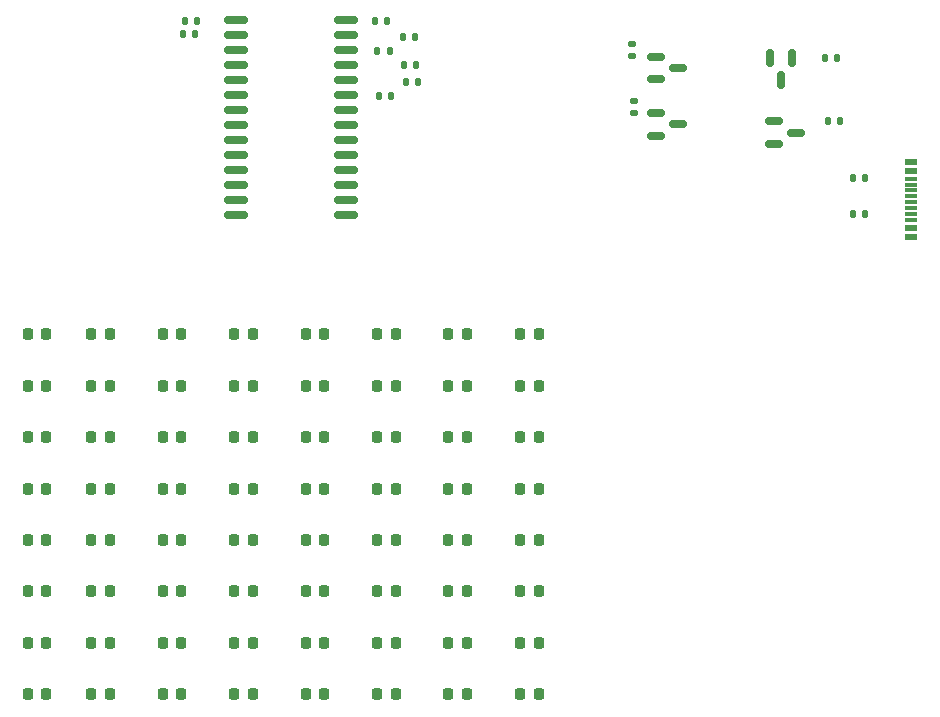
<source format=gbr>
%TF.GenerationSoftware,KiCad,Pcbnew,(7.0.0-0)*%
%TF.CreationDate,2023-03-12T05:29:04-07:00*%
%TF.ProjectId,TM1640_led_array,544d3136-3430-45f6-9c65-645f61727261,rev?*%
%TF.SameCoordinates,Original*%
%TF.FileFunction,Paste,Top*%
%TF.FilePolarity,Positive*%
%FSLAX46Y46*%
G04 Gerber Fmt 4.6, Leading zero omitted, Abs format (unit mm)*
G04 Created by KiCad (PCBNEW (7.0.0-0)) date 2023-03-12 05:29:04*
%MOMM*%
%LPD*%
G01*
G04 APERTURE LIST*
G04 Aperture macros list*
%AMRoundRect*
0 Rectangle with rounded corners*
0 $1 Rounding radius*
0 $2 $3 $4 $5 $6 $7 $8 $9 X,Y pos of 4 corners*
0 Add a 4 corners polygon primitive as box body*
4,1,4,$2,$3,$4,$5,$6,$7,$8,$9,$2,$3,0*
0 Add four circle primitives for the rounded corners*
1,1,$1+$1,$2,$3*
1,1,$1+$1,$4,$5*
1,1,$1+$1,$6,$7*
1,1,$1+$1,$8,$9*
0 Add four rect primitives between the rounded corners*
20,1,$1+$1,$2,$3,$4,$5,0*
20,1,$1+$1,$4,$5,$6,$7,0*
20,1,$1+$1,$6,$7,$8,$9,0*
20,1,$1+$1,$8,$9,$2,$3,0*%
G04 Aperture macros list end*
%ADD10RoundRect,0.150000X0.875000X0.150000X-0.875000X0.150000X-0.875000X-0.150000X0.875000X-0.150000X0*%
%ADD11RoundRect,0.135000X-0.135000X-0.185000X0.135000X-0.185000X0.135000X0.185000X-0.135000X0.185000X0*%
%ADD12RoundRect,0.135000X-0.185000X0.135000X-0.185000X-0.135000X0.185000X-0.135000X0.185000X0.135000X0*%
%ADD13RoundRect,0.135000X0.135000X0.185000X-0.135000X0.185000X-0.135000X-0.185000X0.135000X-0.185000X0*%
%ADD14RoundRect,0.150000X-0.587500X-0.150000X0.587500X-0.150000X0.587500X0.150000X-0.587500X0.150000X0*%
%ADD15RoundRect,0.150000X-0.150000X0.587500X-0.150000X-0.587500X0.150000X-0.587500X0.150000X0.587500X0*%
%ADD16R,1.140000X0.600000*%
%ADD17R,1.140000X0.300000*%
%ADD18RoundRect,0.218750X-0.218750X-0.256250X0.218750X-0.256250X0.218750X0.256250X-0.218750X0.256250X0*%
G04 APERTURE END LIST*
D10*
%TO.C,U1*%
X95237400Y-82639000D03*
X95237400Y-81369000D03*
X95237400Y-80099000D03*
X95237400Y-78829000D03*
X95237400Y-77559000D03*
X95237400Y-76289000D03*
X95237400Y-75019000D03*
X95237400Y-73749000D03*
X95237400Y-72479000D03*
X95237400Y-71209000D03*
X95237400Y-69939000D03*
X95237400Y-68669000D03*
X95237400Y-67399000D03*
X95237400Y-66129000D03*
X85937400Y-66129000D03*
X85937400Y-67399000D03*
X85937400Y-68669000D03*
X85937400Y-69939000D03*
X85937400Y-71209000D03*
X85937400Y-72479000D03*
X85937400Y-73749000D03*
X85937400Y-75019000D03*
X85937400Y-76289000D03*
X85937400Y-77559000D03*
X85937400Y-78829000D03*
X85937400Y-80099000D03*
X85937400Y-81369000D03*
X85937400Y-82639000D03*
%TD*%
D11*
%TO.C,R14*%
X136015000Y-74676000D03*
X137035000Y-74676000D03*
%TD*%
D12*
%TO.C,R13*%
X119608600Y-73992200D03*
X119608600Y-72972200D03*
%TD*%
%TO.C,R12*%
X119481600Y-69113400D03*
X119481600Y-68093400D03*
%TD*%
D11*
%TO.C,R11*%
X136781000Y-69342000D03*
X135761000Y-69342000D03*
%TD*%
%TO.C,R10*%
X82437800Y-67297400D03*
X81417800Y-67297400D03*
%TD*%
D13*
%TO.C,R9*%
X81621000Y-66205200D03*
X82641000Y-66205200D03*
%TD*%
%TO.C,R8*%
X100290200Y-71361400D03*
X101310200Y-71361400D03*
%TD*%
%TO.C,R7*%
X101081600Y-67500600D03*
X100061600Y-67500600D03*
%TD*%
%TO.C,R6*%
X97902600Y-68694400D03*
X98922600Y-68694400D03*
%TD*%
D11*
%TO.C,R5*%
X101196000Y-69875600D03*
X100176000Y-69875600D03*
%TD*%
D13*
%TO.C,R4*%
X97699400Y-66179800D03*
X98719400Y-66179800D03*
%TD*%
D11*
%TO.C,R3*%
X99049600Y-72529800D03*
X98029600Y-72529800D03*
%TD*%
D13*
%TO.C,R2*%
X139192000Y-82550000D03*
X138172000Y-82550000D03*
%TD*%
%TO.C,R1*%
X139192000Y-79502000D03*
X138172000Y-79502000D03*
%TD*%
D14*
%TO.C,Q4*%
X121442000Y-73980000D03*
X121442000Y-75880000D03*
X123317000Y-74930000D03*
%TD*%
%TO.C,Q3*%
X131445000Y-74681000D03*
X131445000Y-76581000D03*
X133320000Y-75631000D03*
%TD*%
%TO.C,Q2*%
X121490500Y-69215000D03*
X121490500Y-71115000D03*
X123365500Y-70165000D03*
%TD*%
D15*
%TO.C,Q1*%
X132080000Y-71168500D03*
X131130000Y-69293500D03*
X133030000Y-69293500D03*
%TD*%
D16*
%TO.C,J1*%
X143079999Y-78079999D03*
X143079999Y-78879999D03*
D17*
X143079999Y-79529999D03*
X143079999Y-80029999D03*
X143079999Y-80529999D03*
X143079999Y-81029999D03*
X143079999Y-83029999D03*
X143079999Y-82529999D03*
X143079999Y-82029999D03*
X143079999Y-81529999D03*
D16*
X143079999Y-83679999D03*
X143079999Y-84479999D03*
%TD*%
D18*
%TO.C,D64*%
X87335000Y-123190000D03*
X85760000Y-123190000D03*
%TD*%
%TO.C,D63*%
X87335000Y-118835710D03*
X85760000Y-118835710D03*
%TD*%
%TO.C,D62*%
X87335000Y-114481425D03*
X85760000Y-114481425D03*
%TD*%
%TO.C,D61*%
X87335000Y-110127140D03*
X85760000Y-110127140D03*
%TD*%
%TO.C,D60*%
X87335000Y-105772855D03*
X85760000Y-105772855D03*
%TD*%
%TO.C,D59*%
X87335000Y-101418570D03*
X85760000Y-101418570D03*
%TD*%
%TO.C,D58*%
X87335000Y-97064285D03*
X85760000Y-97064285D03*
%TD*%
%TO.C,D57*%
X87335000Y-92710000D03*
X85760000Y-92710000D03*
%TD*%
%TO.C,D56*%
X93385000Y-123190000D03*
X91810000Y-123190000D03*
%TD*%
%TO.C,D55*%
X93385000Y-118835710D03*
X91810000Y-118835710D03*
%TD*%
%TO.C,D54*%
X93385000Y-114481425D03*
X91810000Y-114481425D03*
%TD*%
%TO.C,D53*%
X93385000Y-110127140D03*
X91810000Y-110127140D03*
%TD*%
%TO.C,D52*%
X93385000Y-105772855D03*
X91810000Y-105772855D03*
%TD*%
%TO.C,D51*%
X93385000Y-101418570D03*
X91810000Y-101418570D03*
%TD*%
%TO.C,D50*%
X93385000Y-97064285D03*
X91810000Y-97064285D03*
%TD*%
%TO.C,D49*%
X93385000Y-92710000D03*
X91810000Y-92710000D03*
%TD*%
%TO.C,D48*%
X109960000Y-123190000D03*
X111535000Y-123190000D03*
%TD*%
%TO.C,D47*%
X109960000Y-118835710D03*
X111535000Y-118835710D03*
%TD*%
%TO.C,D46*%
X109960000Y-114481425D03*
X111535000Y-114481425D03*
%TD*%
%TO.C,D45*%
X109960000Y-110127140D03*
X111535000Y-110127140D03*
%TD*%
%TO.C,D44*%
X109960000Y-105772855D03*
X111535000Y-105772855D03*
%TD*%
%TO.C,D43*%
X109960000Y-101418570D03*
X111535000Y-101418570D03*
%TD*%
%TO.C,D42*%
X109960000Y-97064285D03*
X111535000Y-97064285D03*
%TD*%
%TO.C,D41*%
X109960000Y-92710000D03*
X111535000Y-92710000D03*
%TD*%
%TO.C,D40*%
X73660000Y-123190000D03*
X75235000Y-123190000D03*
%TD*%
%TO.C,D39*%
X73660000Y-118835710D03*
X75235000Y-118835710D03*
%TD*%
%TO.C,D38*%
X73660000Y-114481425D03*
X75235000Y-114481425D03*
%TD*%
%TO.C,D37*%
X73660000Y-110127140D03*
X75235000Y-110127140D03*
%TD*%
%TO.C,D36*%
X73660000Y-105772855D03*
X75235000Y-105772855D03*
%TD*%
%TO.C,D35*%
X73660000Y-101418570D03*
X75235000Y-101418570D03*
%TD*%
%TO.C,D34*%
X73660000Y-97064285D03*
X75235000Y-97064285D03*
%TD*%
%TO.C,D33*%
X73660000Y-92710000D03*
X75235000Y-92710000D03*
%TD*%
%TO.C,D32*%
X103910000Y-123190000D03*
X105485000Y-123190000D03*
%TD*%
%TO.C,D31*%
X103910000Y-118835710D03*
X105485000Y-118835710D03*
%TD*%
%TO.C,D30*%
X103910000Y-114481425D03*
X105485000Y-114481425D03*
%TD*%
%TO.C,D29*%
X103910000Y-110127140D03*
X105485000Y-110127140D03*
%TD*%
%TO.C,D28*%
X103910000Y-105772855D03*
X105485000Y-105772855D03*
%TD*%
%TO.C,D27*%
X103910000Y-101418570D03*
X105485000Y-101418570D03*
%TD*%
%TO.C,D26*%
X103910000Y-97064285D03*
X105485000Y-97064285D03*
%TD*%
%TO.C,D25*%
X103910000Y-92710000D03*
X105485000Y-92710000D03*
%TD*%
%TO.C,D24*%
X97860000Y-123190000D03*
X99435000Y-123190000D03*
%TD*%
%TO.C,D23*%
X97860000Y-118835710D03*
X99435000Y-118835710D03*
%TD*%
%TO.C,D22*%
X97860000Y-114481425D03*
X99435000Y-114481425D03*
%TD*%
%TO.C,D21*%
X97860000Y-110127140D03*
X99435000Y-110127140D03*
%TD*%
%TO.C,D20*%
X97860000Y-105772855D03*
X99435000Y-105772855D03*
%TD*%
%TO.C,D19*%
X97860000Y-101418570D03*
X99435000Y-101418570D03*
%TD*%
%TO.C,D18*%
X97860000Y-97064285D03*
X99435000Y-97064285D03*
%TD*%
%TO.C,D17*%
X97860000Y-92710000D03*
X99435000Y-92710000D03*
%TD*%
%TO.C,D16*%
X69850000Y-123190000D03*
X68275000Y-123190000D03*
%TD*%
%TO.C,D15*%
X69850000Y-118835710D03*
X68275000Y-118835710D03*
%TD*%
%TO.C,D14*%
X69850000Y-114481425D03*
X68275000Y-114481425D03*
%TD*%
%TO.C,D13*%
X69850000Y-110127140D03*
X68275000Y-110127140D03*
%TD*%
%TO.C,D12*%
X69850000Y-105772855D03*
X68275000Y-105772855D03*
%TD*%
%TO.C,D11*%
X69850000Y-101418570D03*
X68275000Y-101418570D03*
%TD*%
%TO.C,D10*%
X69850000Y-97064285D03*
X68275000Y-97064285D03*
%TD*%
%TO.C,D9*%
X68275000Y-92710000D03*
X69850000Y-92710000D03*
%TD*%
%TO.C,D8*%
X79710000Y-123190000D03*
X81285000Y-123190000D03*
%TD*%
%TO.C,D7*%
X79710000Y-118835710D03*
X81285000Y-118835710D03*
%TD*%
%TO.C,D6*%
X79710000Y-114481425D03*
X81285000Y-114481425D03*
%TD*%
%TO.C,D5*%
X79710000Y-110127140D03*
X81285000Y-110127140D03*
%TD*%
%TO.C,D4*%
X79710000Y-105772855D03*
X81285000Y-105772855D03*
%TD*%
%TO.C,D3*%
X79710000Y-101418570D03*
X81285000Y-101418570D03*
%TD*%
%TO.C,D2*%
X79710000Y-97064285D03*
X81285000Y-97064285D03*
%TD*%
%TO.C,D1*%
X79710000Y-92710000D03*
X81285000Y-92710000D03*
%TD*%
M02*

</source>
